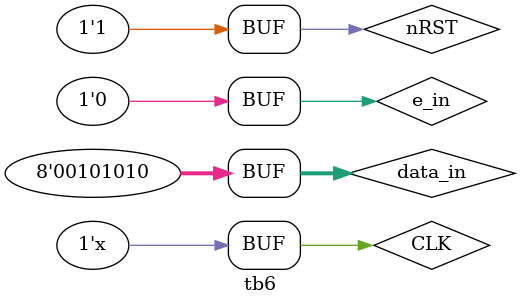
<source format=v>
module tb6;

reg nRST, CLK, e_in;
reg [7:0] data_in;
wire data_out;

pb6 U0(nRST, CLK, data_in, e_in, data_out);

always #5 CLK = ~CLK;

initial begin
	nRST = 1; CLK = 0; e_in = 0;
	#10 nRST = 0; 
	#10 nRST = 1; e_in = 1;
	#10 data_in = 8'b00101010;
	#10 e_in = 0;
end

endmodule
</source>
